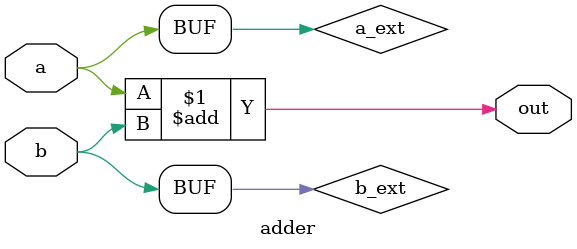
<source format=v>
`timescale 1ns / 1ps


module adder(out, a,b);
    
    parameter OUT_WIDTH= 1;
    parameter INP_WIDTH= 1;
    input signed [INP_WIDTH-1:0] a; // [n,q]
    input signed [INP_WIDTH-1:0] b; // [p,q]
    output signed [OUT_WIDTH-1:0] out; // [max(n+p)+1,q]
    wire signed [OUT_WIDTH-1:0] a_ext = {a[INP_WIDTH-1],a};
    wire signed [OUT_WIDTH-1:0] b_ext = {b[INP_WIDTH-1],b};
    assign out = a_ext + b_ext;
    
endmodule

</source>
